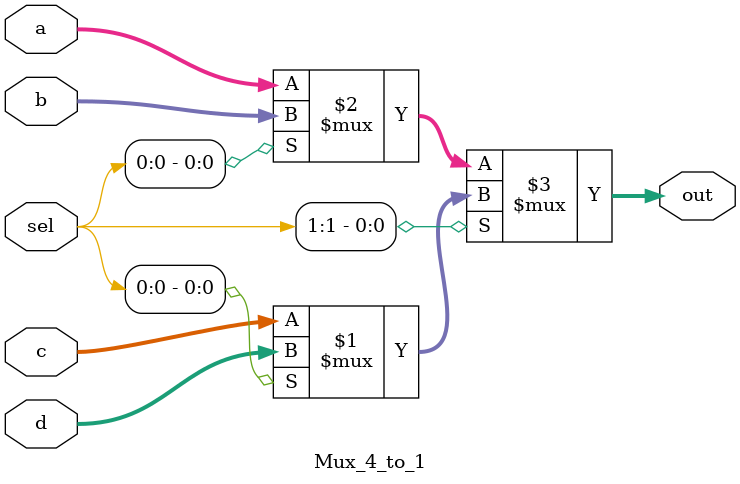
<source format=v>
module Mux_4_to_1 #(
    parameter K = 32
) (
    input [1:0] sel,
    input [K-1:0] a,
    input [K-1:0] b,
    input [K-1:0] c,
    input [K-1:0] d,
    output [K-1:0] out
);
    assign out = sel[1] ? (sel[0] ? d : c) : (sel[0] ? b : a);
endmodule
</source>
